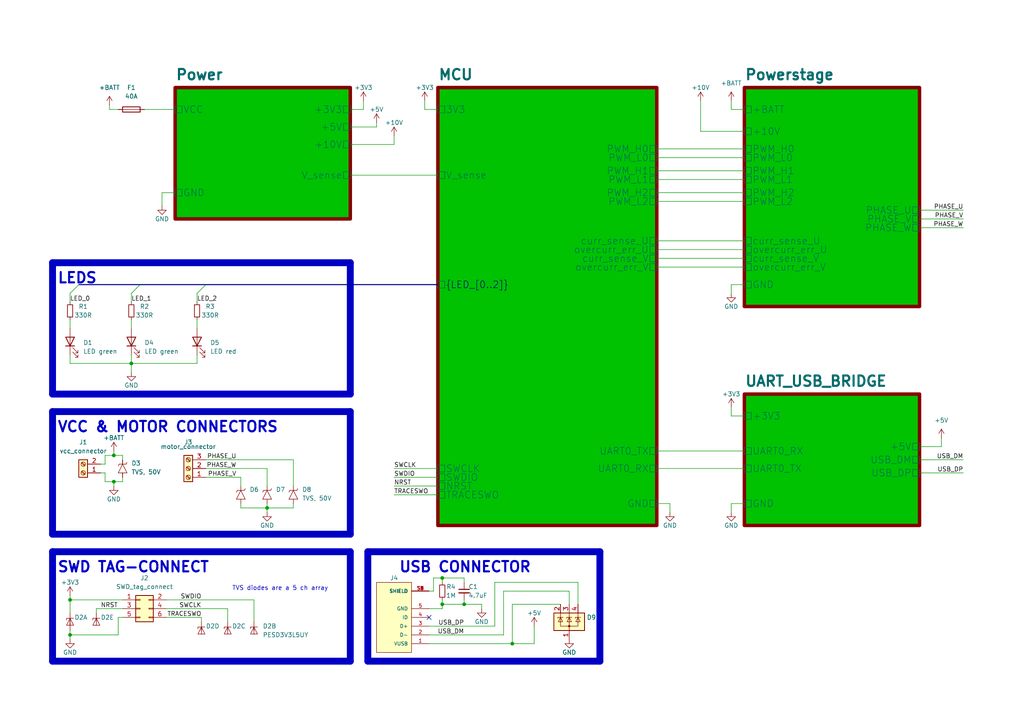
<source format=kicad_sch>
(kicad_sch (version 20211123) (generator eeschema)
  (paper "A4")
  (title_block (title "ESC - Main overview") (date "2022-07-21") (rev "1"))
  (lib_symbols
    (symbol "10118193-0001LF:10118193-0001LF" (pin_names (offset 1.016))
      (property "Reference" "J" (at -5.08 10.922 0))
      (property "Value" "10118193-0001LF" (at -5.08 -12.7 0))
      (symbol "10118193-0001LF_0_0"
        (rectangle (start -5.08 -10.16) (end 5.08 10.16) (stroke (width 0.1524)) (fill (type background)))
        (pin passive line (at -10.16 7.62 0) (length 5.08) (name "VUSB") (number "1"))
        (pin passive line (at -10.16 5.08 0) (length 5.08) (name "D-") (number "2"))
        (pin passive line (at -10.16 2.54 0) (length 5.08) (name "D+") (number "3"))
        (pin passive line (at -10.16 0 0) (length 5.08) (name "ID") (number "4"))
        (pin passive line (at -10.16 -2.54 0) (length 5.08) (name "GND") (number "5"))
        (pin passive line (at -10.16 -7.62 0) (length 5.08) (name "SHIELD") (number "S1"))
        (pin passive line (at -10.16 -7.62 0) (length 5.08) (name "SHIELD") (number "S2"))
        (pin passive line (at -10.16 -7.62 0) (length 5.08) (name "SHIELD") (number "S3"))
        (pin passive line (at -10.16 -7.62 0) (length 5.08) (name "SHIELD") (number "S4"))
        (pin passive line (at -10.16 -7.62 0) (length 5.08) (name "SHIELD") (number "S5"))
        (pin passive line (at -10.16 -7.62 0) (length 5.08) (name "SHIELD") (number "S6"))
      )
    )
    (symbol "Connector:Screw_Terminal_01x02" (pin_names (offset 1.016) hide)
      (property "Reference" "J" (at 0 2.54 0))
      (property "Value" "Screw_Terminal_01x02" (at 0 -5.08 0))
      (symbol "Screw_Terminal_01x02_1_1"
        (rectangle (start -1.27 1.27) (end 1.27 -3.81) (stroke (width 0.254)) (fill (type background)))
        (circle (center 0 -2.54) (radius 0.635) (stroke (width 0.1524)))
        (polyline (pts (xy -0.5334 -2.2098) (xy 0.3302 -3.048)) (stroke (width 0.1524)))
        (polyline (pts (xy -0.5334 0.3302) (xy 0.3302 -0.508)) (stroke (width 0.1524)))
        (polyline (pts (xy -0.3556 -2.032) (xy 0.508 -2.8702)) (stroke (width 0.1524)))
        (polyline (pts (xy -0.3556 0.508) (xy 0.508 -0.3302)) (stroke (width 0.1524)))
        (circle (center 0 0) (radius 0.635) (stroke (width 0.1524)))
        (pin passive line (at -5.08 0 0) (length 3.81) (name "Pin_1") (number "1"))
        (pin passive line (at -5.08 -2.54 0) (length 3.81) (name "Pin_2") (number "2"))
      )
    )
    (symbol "Connector:Screw_Terminal_01x03" (pin_names (offset 1.016) hide)
      (property "Reference" "J" (at 0 5.08 0))
      (property "Value" "Screw_Terminal_01x03" (at 0 -5.08 0))
      (symbol "Screw_Terminal_01x03_1_1"
        (rectangle (start -1.27 3.81) (end 1.27 -3.81) (stroke (width 0.254)) (fill (type background)))
        (circle (center 0 -2.54) (radius 0.635) (stroke (width 0.1524)))
        (polyline (pts (xy -0.5334 -2.2098) (xy 0.3302 -3.048)) (stroke (width 0.1524)))
        (polyline (pts (xy -0.5334 0.3302) (xy 0.3302 -0.508)) (stroke (width 0.1524)))
        (polyline (pts (xy -0.5334 2.8702) (xy 0.3302 2.032)) (stroke (width 0.1524)))
        (polyline (pts (xy -0.3556 -2.032) (xy 0.508 -2.8702)) (stroke (width 0.1524)))
        (polyline (pts (xy -0.3556 0.508) (xy 0.508 -0.3302)) (stroke (width 0.1524)))
        (polyline (pts (xy -0.3556 3.048) (xy 0.508 2.2098)) (stroke (width 0.1524)))
        (circle (center 0 0) (radius 0.635) (stroke (width 0.1524)))
        (circle (center 0 2.54) (radius 0.635) (stroke (width 0.1524)))
        (pin passive line (at -5.08 2.54 0) (length 3.81) (name "Pin_1") (number "1"))
        (pin passive line (at -5.08 0 0) (length 3.81) (name "Pin_2") (number "2"))
        (pin passive line (at -5.08 -2.54 0) (length 3.81) (name "Pin_3") (number "3"))
      )
    )
    (symbol "Connector_Generic:Conn_02x03_Odd_Even" (pin_names (offset 1.016) hide)
      (property "Reference" "J" (at 1.27 5.08 0))
      (property "Value" "Conn_02x03_Odd_Even" (at 1.27 -5.08 0))
      (symbol "Conn_02x03_Odd_Even_1_1"
        (rectangle (start -1.27 -2.413) (end 0 -2.667) (stroke (width 0.1524)))
        (rectangle (start -1.27 0.127) (end 0 -0.127) (stroke (width 0.1524)))
        (rectangle (start -1.27 2.667) (end 0 2.413) (stroke (width 0.1524)))
        (rectangle (start -1.27 3.81) (end 3.81 -3.81) (stroke (width 0.254)) (fill (type background)))
        (rectangle (start 3.81 -2.413) (end 2.54 -2.667) (stroke (width 0.1524)))
        (rectangle (start 3.81 0.127) (end 2.54 -0.127) (stroke (width 0.1524)))
        (rectangle (start 3.81 2.667) (end 2.54 2.413) (stroke (width 0.1524)))
        (pin passive line (at -5.08 2.54 0) (length 3.81) (name "Pin_1") (number "1"))
        (pin passive line (at 7.62 2.54 180) (length 3.81) (name "Pin_2") (number "2"))
        (pin passive line (at -5.08 0 0) (length 3.81) (name "Pin_3") (number "3"))
        (pin passive line (at 7.62 0 180) (length 3.81) (name "Pin_4") (number "4"))
        (pin passive line (at -5.08 -2.54 0) (length 3.81) (name "Pin_5") (number "5"))
        (pin passive line (at 7.62 -2.54 180) (length 3.81) (name "Pin_6") (number "6"))
      )
    )
    (symbol "Device:C_Small" (pin_numbers hide) (pin_names (offset 0.254) hide)
      (property "Reference" "C" (at 0.254 1.778 0))
      (property "Value" "C_Small" (at 0.254 -2.032 0))
      (symbol "C_Small_0_1"
        (polyline (pts (xy -1.524 -0.508) (xy 1.524 -0.508)) (stroke (width 0.3302)))
        (polyline (pts (xy -1.524 0.508) (xy 1.524 0.508)) (stroke (width 0.3048)))
      )
      (symbol "C_Small_1_1"
        (pin passive line (at 0 2.54 270) (length 2.032) (name "~") (number "1"))
        (pin passive line (at 0 -2.54 90) (length 2.032) (name "~") (number "2"))
      )
    )
    (symbol "Device:Fuse" (pin_numbers hide) (pin_names (offset 0))
      (property "Reference" "F" (at 2.032 0 90))
      (property "Value" "Fuse" (at -1.905 0 90))
      (symbol "Fuse_0_1"
        (rectangle (start -0.762 -2.54) (end 0.762 2.54) (stroke (width 0.254)))
        (polyline (pts (xy 0 2.54) (xy 0 -2.54)))
      )
      (symbol "Fuse_1_1"
        (pin passive line (at 0 3.81 270) (length 1.27) (name "~") (number "1"))
        (pin passive line (at 0 -3.81 90) (length 1.27) (name "~") (number "2"))
      )
    )
    (symbol "Device:LED" (pin_numbers hide) (pin_names (offset 1.016) hide)
      (property "Reference" "D" (at 0 2.54 0))
      (property "Value" "LED" (at 0 -2.54 0))
      (symbol "LED_0_1"
        (polyline (pts (xy -1.27 -1.27) (xy -1.27 1.27)) (stroke (width 0.254)))
        (polyline (pts (xy -1.27 0) (xy 1.27 0)))
        (polyline (pts (xy 1.27 -1.27) (xy 1.27 1.27) (xy -1.27 0) (xy 1.27 -1.27)) (stroke (width 0.254)))
        (polyline (pts (xy -3.048 -0.762) (xy -4.572 -2.286) (xy -3.81 -2.286) (xy -4.572 -2.286) (xy -4.572 -1.524)))
        (polyline (pts (xy -1.778 -0.762) (xy -3.302 -2.286) (xy -2.54 -2.286) (xy -3.302 -2.286) (xy -3.302 -1.524)))
      )
      (symbol "LED_1_1"
        (pin passive line (at -3.81 0 0) (length 2.54) (name "K") (number "1"))
        (pin passive line (at 3.81 0 180) (length 2.54) (name "A") (number "2"))
      )
    )
    (symbol "Device:R_Small" (pin_numbers hide) (pin_names (offset 0.254) hide)
      (property "Reference" "R" (at 0.762 0.508 0))
      (property "Value" "R_Small" (at 0.762 -1.016 0))
      (symbol "R_Small_0_1"
        (rectangle (start -0.762 1.778) (end 0.762 -1.778) (stroke (width 0.2032)))
      )
      (symbol "R_Small_1_1"
        (pin passive line (at 0 2.54 270) (length 0.762) (name "~") (number "1"))
        (pin passive line (at 0 -2.54 90) (length 0.762) (name "~") (number "2"))
      )
    )
    (symbol "Power_Protection:PESD3V3L5UY" (pin_numbers hide) (pin_names hide)
      (property "Reference" "D" (at 0 2.54 0))
      (property "Value" "PESD3V3L5UY" (at 0 -2.54 0))
      (symbol "PESD3V3L5UY_0_1"
        (polyline (pts (xy -1.016 0) (xy 1.016 0)))
        (polyline (pts (xy -1.016 1.016) (xy -1.016 -1.016) (xy -0.508 -1.016)))
        (polyline (pts (xy 1.016 1.016) (xy -1.016 0) (xy 1.016 -1.016) (xy 1.016 1.016)))
      )
      (symbol "PESD3V3L5UY_1_1"
        (pin passive line (at -2.54 0 0) (length 2.54) (name "K1") (number "1"))
        (pin passive line (at 2.54 0 180) (length 2.54) (name "A") (number "2"))
      )
      (symbol "PESD3V3L5UY_2_1"
        (pin passive line (at -2.54 0 0) (length 2.54) (name "K2") (number "3"))
      )
      (symbol "PESD3V3L5UY_3_1"
        (pin passive line (at -2.54 0 0) (length 2.54) (name "K3") (number "4"))
      )
      (symbol "PESD3V3L5UY_4_1"
        (pin passive line (at -2.54 0 0) (length 2.54) (name "K4") (number "5"))
      )
      (symbol "PESD3V3L5UY_5_1"
        (pin passive line (at -2.54 0 0) (length 2.54) (name "K5") (number "6"))
      )
    )
    (symbol "Power_Protection:SP0503BAHT" (pin_names hide)
      (property "Reference" "D" (at 5.715 2.54 0))
      (property "Value" "SP0503BAHT" (at 5.715 0.635 0))
      (symbol "SP0503BAHT_0_0"
        (pin passive line (at 0 -5.08 90) (length 2.54) (name "A") (number "1"))
      )
      (symbol "SP0503BAHT_0_1"
        (rectangle (start -4.445 2.54) (end 4.445 -2.54) (stroke (width 0.254)) (fill (type background)))
        (circle (center 0 -1.27) (radius 0.254) (fill (type outline)))
        (polyline (pts (xy -2.54 2.54) (xy -2.54 1.27)))
        (polyline (pts (xy 0 -1.27) (xy 0 -2.54)))
        (polyline (pts (xy 0 -1.27) (xy 0 1.27)))
        (polyline (pts (xy 0 2.54) (xy 0 1.27)))
        (polyline (pts (xy 0.635 1.27) (xy 0.762 1.27)))
        (polyline (pts (xy 2.54 2.54) (xy 2.54 1.27)))
        (polyline (pts (xy 0.635 1.27) (xy -0.762 1.27) (xy -0.762 1.016)))
        (polyline (pts (xy -3.302 1.016) (xy -3.302 1.27) (xy -1.905 1.27) (xy -1.778 1.27)))
        (polyline (pts (xy -2.54 1.27) (xy -2.54 -1.27) (xy 2.54 -1.27) (xy 2.54 1.27)))
        (polyline (pts (xy -2.54 1.27) (xy -1.905 0) (xy -3.175 0) (xy -2.54 1.27)))
        (polyline (pts (xy 0.635 0) (xy -0.635 0) (xy 0 1.27) (xy 0.635 0)))
        (polyline (pts (xy 1.778 1.016) (xy 1.778 1.27) (xy 3.175 1.27) (xy 3.302 1.27)))
        (polyline (pts (xy 2.54 1.27) (xy 1.905 0) (xy 3.175 0) (xy 2.54 1.27)))
      )
      (symbol "SP0503BAHT_1_1"
        (pin passive line (at -2.54 5.08 270) (length 2.54) (name "K") (number "2"))
        (pin passive line (at 0 5.08 270) (length 2.54) (name "K") (number "3"))
        (pin passive line (at 2.54 5.08 270) (length 2.54) (name "K") (number "4"))
      )
    )
    (symbol "power:+10V" (power) (pin_names (offset 0))
      (property "Value" "+10V" (at 0 3.556 0))
      (symbol "+10V_0_1"
        (polyline (pts (xy -0.762 1.27) (xy 0 2.54)))
        (polyline (pts (xy 0 0) (xy 0 2.54)))
        (polyline (pts (xy 0 2.54) (xy 0.762 1.27)))
      )
      (symbol "+10V_1_1"
        (pin power_in line (at 0 0 90) (length 0) hide (name "+10V") (number "1"))
      )
    )
    (symbol "power:+3V3" (power) (pin_names (offset 0))
      (property "Value" "+3V3" (at 0 3.556 0))
      (symbol "+3V3_0_1"
        (polyline (pts (xy -0.762 1.27) (xy 0 2.54)))
        (polyline (pts (xy 0 0) (xy 0 2.54)))
        (polyline (pts (xy 0 2.54) (xy 0.762 1.27)))
      )
      (symbol "+3V3_1_1"
        (pin power_in line (at 0 0 90) (length 0) hide (name "+3V3") (number "1"))
      )
    )
    (symbol "power:+5V" (power) (pin_names (offset 0))
      (property "Value" "+5V" (at 0 3.556 0))
      (symbol "+5V_0_1"
        (polyline (pts (xy -0.762 1.27) (xy 0 2.54)))
        (polyline (pts (xy 0 0) (xy 0 2.54)))
        (polyline (pts (xy 0 2.54) (xy 0.762 1.27)))
      )
      (symbol "+5V_1_1"
        (pin power_in line (at 0 0 90) (length 0) hide (name "+5V") (number "1"))
      )
    )
    (symbol "power:+BATT" (power) (pin_names (offset 0))
      (property "Value" "+BATT" (at 0 3.556 0))
      (symbol "+BATT_0_1"
        (polyline (pts (xy -0.762 1.27) (xy 0 2.54)))
        (polyline (pts (xy 0 0) (xy 0 2.54)))
        (polyline (pts (xy 0 2.54) (xy 0.762 1.27)))
      )
      (symbol "+BATT_1_1"
        (pin power_in line (at 0 0 90) (length 0) hide (name "+BATT") (number "1"))
      )
    )
    (symbol "power:GND" (power) (pin_names (offset 0))
      (property "Value" "GND" (at 0 -3.81 0))
      (symbol "GND_0_1"
        (polyline (pts (xy 0 0) (xy 0 -1.27) (xy 1.27 -1.27) (xy 0 -2.54) (xy -1.27 -1.27) (xy 0 -1.27)))
      )
      (symbol "GND_1_1"
        (pin power_in line (at 0 0 270) (length 0) hide (name "GND") (number "1"))
      )
    )
    (symbol "tvs_diode:TVS_diode" (pin_numbers hide) (pin_names (offset 0) hide)
      (property "Reference" "D" (at 0 5.08 0))
      (property "Value" "TVS_diode" (at 0 3.81 0))
      (symbol "TVS_diode_0_1"
        (polyline (pts (xy -1.27 0) (xy -1.27 -1.016)))
        (polyline (pts (xy -1.27 0) (xy -1.27 1.016)))
        (polyline (pts (xy -1.27 0) (xy 1.27 -1.27)))
        (polyline (pts (xy -1.27 0) (xy 1.27 1.27)))
        (polyline (pts (xy -1.27 1.016) (xy -1.778 1.27)))
        (polyline (pts (xy -0.762 -1.27) (xy -1.27 -1.016)))
        (polyline (pts (xy 1.27 -1.27) (xy 1.27 1.27)))
      )
      (symbol "TVS_diode_1_1"
        (pin passive line (at -2.54 0 0) (length 1.27) (name "1") (number "1"))
        (pin passive line (at 2.54 0 180) (length 1.27) (name "2") (number "2"))
      )
    )
  )
  (junction (at 33.02 132.08))
  (junction (at 128.27 167.64))
  (junction (at 20.32 184.15))
  (junction (at 128.27 175.26))
  (junction (at 77.47 147.32))
  (junction (at 38.1 105.41))
  (junction (at 33.02 139.7))
  (junction (at 148.59 186.69))
  (junction (at 134.62 175.26))
  (junction (at 20.32 173.99))
  (no_connect (at -210.82 46.99))
  (no_connect (at 124.46 179.07))
  (bus_entry (at 40.64 82.55) (size -2.54 2.54))
  (bus_entry (at 59.69 82.55) (size -2.54 2.54))
  (bus_entry (at 22.86 82.55) (size -2.54 2.54))
  (wire (pts (xy 123.19 31.75) (xy 123.19 29.21)))
  (wire (pts (xy 148.59 175.26) (xy 148.59 186.69)))
  (wire (pts (xy 273.05 129.54) (xy 273.05 127)))
  (wire (pts (xy 127 143.51) (xy 114.3 143.51)))
  (wire (pts (xy 58.42 180.34) (xy 58.42 179.07)))
  (wire (pts (xy 194.31 148.59) (xy 194.31 146.05)))
  (wire (pts (xy 190.5 135.89) (xy 215.9 135.89)))
  (polyline (pts (xy 101.6 114.3) (xy 15.24 114.3)) (stroke (width 2) (type solid)))
  (wire (pts (xy 266.7 137.16) (xy 279.4 137.16)))
  (wire (pts (xy 190.5 49.53) (xy 215.9 49.53)))
  (wire (pts (xy 134.62 167.64) (xy 128.27 167.64)))
  (wire (pts (xy 128.27 167.64) (xy 128.27 168.91)))
  (wire (pts (xy 38.1 92.71) (xy 38.1 95.25)))
  (wire (pts (xy 124.46 171.45) (xy 125.73 171.45)))
  (wire (pts (xy 85.09 133.35) (xy 85.09 140.97)))
  (wire (pts (xy 20.32 172.72) (xy 20.32 173.99)))
  (wire (pts (xy 41.91 31.75) (xy 50.8 31.75)))
  (wire (pts (xy 30.48 139.7) (xy 33.02 139.7)))
  (wire (pts (xy 215.9 38.1) (xy 203.2 38.1)))
  (wire (pts (xy 50.8 55.88) (xy 46.99 55.88)))
  (wire (pts (xy 146.05 171.45) (xy 165.1 171.45)))
  (polyline (pts (xy 101.6 119.38) (xy 101.6 154.94)) (stroke (width 2) (type solid)))
  (polyline (pts (xy 101.6 154.94) (xy 15.24 154.94)) (stroke (width 2) (type solid)))
  (wire (pts (xy 20.32 85.09) (xy 20.32 87.63)))
  (wire (pts (xy 35.56 139.7) (xy 33.02 139.7)))
  (wire (pts (xy 105.41 31.75) (xy 101.6 31.75)))
  (wire (pts (xy 114.3 138.43) (xy 127 138.43)))
  (wire (pts (xy 38.1 105.41) (xy 20.32 105.41)))
  (wire (pts (xy 77.47 140.97) (xy 77.47 135.89)))
  (wire (pts (xy 30.48 134.62) (xy 30.48 132.08)))
  (wire (pts (xy 154.94 186.69) (xy 154.94 181.61)))
  (wire (pts (xy 101.6 41.91) (xy 114.3 41.91)))
  (wire (pts (xy 30.48 132.08) (xy 33.02 132.08)))
  (wire (pts (xy 34.29 179.07) (xy 35.56 179.07)))
  (bus (pts (xy 40.64 82.55) (xy 59.69 82.55)))
  (wire (pts (xy 190.5 77.47) (xy 215.9 77.47)))
  (wire (pts (xy 203.2 29.21) (xy 203.2 38.1)))
  (wire (pts (xy 34.29 31.75) (xy 31.75 31.75)))
  (wire (pts (xy 20.32 95.25) (xy 20.32 92.71)))
  (wire (pts (xy 143.51 168.91) (xy 167.64 168.91)))
  (wire (pts (xy 162.56 175.26) (xy 148.59 175.26)))
  (wire (pts (xy 57.15 92.71) (xy 57.15 95.25)))
  (wire (pts (xy 20.32 184.15) (xy 34.29 184.15)))
  (wire (pts (xy 124.46 184.15) (xy 146.05 184.15)))
  (polyline (pts (xy 106.68 191.77) (xy 173.99 191.77)) (stroke (width 2) (type solid)))
  (wire (pts (xy 128.27 176.53) (xy 128.27 175.26)))
  (wire (pts (xy 128.27 175.26) (xy 134.62 175.26)))
  (wire (pts (xy 30.48 137.16) (xy 30.48 139.7)))
  (wire (pts (xy 190.5 146.05) (xy 194.31 146.05)))
  (wire (pts (xy 167.64 168.91) (xy 167.64 175.26)))
  (wire (pts (xy 33.02 132.08) (xy 33.02 130.81)))
  (wire (pts (xy 57.15 105.41) (xy 57.15 102.87)))
  (polyline (pts (xy 101.6 191.77) (xy 15.24 191.77)) (stroke (width 2) (type solid)))
  (polyline (pts (xy 15.24 119.38) (xy 15.24 154.94)) (stroke (width 2) (type solid)))
  (bus (pts (xy 22.86 82.55) (xy 40.64 82.55)))
  (wire (pts (xy 57.15 85.09) (xy 57.15 87.63)))
  (wire (pts (xy 139.7 175.26) (xy 134.62 175.26)))
  (polyline (pts (xy 106.68 160.02) (xy 106.68 191.77)) (stroke (width 2) (type solid)))
  (wire (pts (xy 215.9 82.55) (xy 212.09 82.55)))
  (wire (pts (xy 190.5 69.85) (xy 215.9 69.85)))
  (wire (pts (xy 20.32 173.99) (xy 20.32 177.8)))
  (wire (pts (xy 114.3 140.97) (xy 127 140.97)))
  (wire (pts (xy 59.69 133.35) (xy 85.09 133.35)))
  (wire (pts (xy 212.09 120.65) (xy 215.9 120.65)))
  (wire (pts (xy 77.47 147.32) (xy 69.85 147.32)))
  (wire (pts (xy 190.5 55.88) (xy 215.9 55.88)))
  (polyline (pts (xy 101.6 160.02) (xy 101.6 191.77)) (stroke (width 2) (type solid)))
  (wire (pts (xy 190.5 74.93) (xy 215.9 74.93)))
  (wire (pts (xy 114.3 39.37) (xy 114.3 41.91)))
  (wire (pts (xy 215.9 146.05) (xy 212.09 146.05)))
  (wire (pts (xy 35.56 133.35) (xy 35.56 132.08)))
  (wire (pts (xy 59.69 135.89) (xy 77.47 135.89)))
  (wire (pts (xy 35.56 132.08) (xy 33.02 132.08)))
  (wire (pts (xy 134.62 168.91) (xy 134.62 167.64)))
  (wire (pts (xy 190.5 130.81) (xy 215.9 130.81)))
  (wire (pts (xy 20.32 105.41) (xy 20.32 102.87)))
  (wire (pts (xy 48.26 179.07) (xy 58.42 179.07)))
  (wire (pts (xy 212.09 146.05) (xy 212.09 148.59)))
  (wire (pts (xy 124.46 186.69) (xy 148.59 186.69)))
  (wire (pts (xy 20.32 182.88) (xy 20.32 184.15)))
  (wire (pts (xy 34.29 179.07) (xy 34.29 184.15)))
  (polyline (pts (xy 15.24 160.02) (xy 15.24 191.77)) (stroke (width 2) (type solid)))
  (wire (pts (xy 77.47 146.05) (xy 77.47 147.32)))
  (polyline (pts (xy 173.99 160.02) (xy 106.68 160.02)) (stroke (width 2) (type solid)))
  (wire (pts (xy 66.04 180.34) (xy 66.04 176.53)))
  (wire (pts (xy 20.32 184.15) (xy 20.32 185.42)))
  (wire (pts (xy 77.47 147.32) (xy 77.47 148.59)))
  (wire (pts (xy 212.09 29.21) (xy 212.09 31.75)))
  (polyline (pts (xy 173.99 191.77) (xy 173.99 160.02)) (stroke (width 2) (type solid)))
  (wire (pts (xy 109.22 35.56) (xy 109.22 36.83)))
  (wire (pts (xy 165.1 171.45) (xy 165.1 175.26)))
  (polyline (pts (xy 15.24 76.2) (xy 101.6 76.2)) (stroke (width 2) (type solid)))
  (wire (pts (xy 124.46 176.53) (xy 128.27 176.53)))
  (polyline (pts (xy 101.6 160.02) (xy 15.24 160.02)) (stroke (width 2) (type solid)))
  (wire (pts (xy 127 31.75) (xy 123.19 31.75)))
  (wire (pts (xy 105.41 29.21) (xy 105.41 31.75)))
  (wire (pts (xy 73.66 173.99) (xy 73.66 180.34)))
  (polyline (pts (xy 101.6 119.38) (xy 15.24 119.38)) (stroke (width 2) (type solid)))
  (wire (pts (xy 139.7 176.53) (xy 139.7 175.26)))
  (wire (pts (xy 38.1 102.87) (xy 38.1 105.41)))
  (wire (pts (xy 128.27 167.64) (xy 125.73 167.64)))
  (wire (pts (xy 134.62 175.26) (xy 134.62 173.99)))
  (wire (pts (xy 33.02 140.97) (xy 33.02 139.7)))
  (wire (pts (xy 190.5 52.07) (xy 215.9 52.07)))
  (wire (pts (xy 212.09 31.75) (xy 215.9 31.75)))
  (wire (pts (xy 46.99 55.88) (xy 46.99 59.69)))
  (wire (pts (xy 20.32 173.99) (xy 35.56 173.99)))
  (wire (pts (xy 266.7 133.35) (xy 279.4 133.35)))
  (wire (pts (xy 266.7 60.96) (xy 279.4 60.96)))
  (wire (pts (xy 266.7 63.5) (xy 279.4 63.5)))
  (bus (pts (xy 59.69 82.55) (xy 127 82.55)))
  (wire (pts (xy 38.1 85.09) (xy 38.1 87.63)))
  (wire (pts (xy 85.09 147.32) (xy 85.09 146.05)))
  (wire (pts (xy 27.94 176.53) (xy 27.94 177.8)))
  (wire (pts (xy 38.1 105.41) (xy 57.15 105.41)))
  (wire (pts (xy 190.5 45.72) (xy 215.9 45.72)))
  (wire (pts (xy 212.09 82.55) (xy 212.09 85.09)))
  (wire (pts (xy 128.27 175.26) (xy 128.27 173.99)))
  (wire (pts (xy 190.5 43.18) (xy 215.9 43.18)))
  (wire (pts (xy 190.5 58.42) (xy 215.9 58.42)))
  (wire (pts (xy 31.75 31.75) (xy 31.75 30.48)))
  (wire (pts (xy 114.3 135.89) (xy 127 135.89)))
  (wire (pts (xy 148.59 186.69) (xy 154.94 186.69)))
  (wire (pts (xy 125.73 167.64) (xy 125.73 171.45)))
  (wire (pts (xy 29.21 134.62) (xy 30.48 134.62)))
  (wire (pts (xy 59.69 138.43) (xy 69.85 138.43)))
  (wire (pts (xy 35.56 138.43) (xy 35.56 139.7)))
  (wire (pts (xy 143.51 168.91) (xy 143.51 181.61)))
  (wire (pts (xy 48.26 176.53) (xy 66.04 176.53)))
  (polyline (pts (xy 101.6 76.2) (xy 101.6 114.3)) (stroke (width 2) (type solid)))
  (wire (pts (xy 29.21 137.16) (xy 30.48 137.16)))
  (wire (pts (xy 69.85 147.32) (xy 69.85 146.05)))
  (wire (pts (xy 190.5 72.39) (xy 215.9 72.39)))
  (wire (pts (xy 146.05 171.45) (xy 146.05 184.15)))
  (wire (pts (xy 48.26 173.99) (xy 73.66 173.99)))
  (wire (pts (xy 101.6 36.83) (xy 109.22 36.83)))
  (wire (pts (xy 266.7 129.54) (xy 273.05 129.54)))
  (wire (pts (xy 101.6 50.8) (xy 127 50.8)))
  (wire (pts (xy 212.09 120.65) (xy 212.09 118.11)))
  (wire (pts (xy 69.85 138.43) (xy 69.85 140.97)))
  (wire (pts (xy 27.94 176.53) (xy 35.56 176.53)))
  (wire (pts (xy 266.7 66.04) (xy 279.4 66.04)))
  (wire (pts (xy 77.47 147.32) (xy 85.09 147.32)))
  (wire (pts (xy 124.46 181.61) (xy 143.51 181.61)))
  (polyline (pts (xy 15.24 76.2) (xy 15.24 114.3)) (stroke (width 2) (type solid)))
  (wire (pts (xy 38.1 105.41) (xy 38.1 107.95)))
  (text "USB CONNECTOR" (at 115.57 166.37 0) (effects (font (size 3 3) (thickness 0.6) bold) (justify left bottom)))
  (text "VCC & MOTOR CONNECTORS" (at 16.51 125.73 0) (effects (font (size 3 3) bold) (justify left bottom)))
  (text "LEDS" (at 16.51 82.55 0) (effects (font (size 3 3) (thickness 0.6) bold) (justify left bottom)))
  (text "SWD TAG-CONNECT" (at 16.51 166.37 0) (effects (font (size 3 3) bold) (justify left bottom)))
  (text "TVS diodes are a 5 ch array" (at 67.31 171.45 0) (effects (font (size 1.27 1.27)) (justify left bottom)))
  (label "SWCLK" (at 114.3 135.89 0))
  (label "LED_1" (at 38.1 87.63 0))
  (label "SWCLK" (at 58.42 176.53 180))
  (label "PHASE_V" (at 279.4 63.5 180))
  (label "PHASE_U" (at 68.58 133.35 180))
  (label "SWDIO" (at 114.3 138.43 0))
  (label "PHASE_V" (at 68.58 138.43 180))
  (label "LED_0" (at 20.32 87.63 0))
  (label "PHASE_W" (at 68.58 135.89 180))
  (label "NRST" (at 29.21 176.53 0))
  (label "PHASE_U" (at 279.4 60.96 180))
  (label "USB_DP" (at 134.62 181.61 180))
  (label "NRST" (at 114.3 140.97 0))
  (label "SWDIO" (at 58.42 173.99 180))
  (label "PHASE_W" (at 279.4 66.04 180))
  (label "TRACESWO" (at 114.3 143.51 0))
  (label "USB_DM" (at 134.62 184.15 180))
  (label "USB_DM" (at 279.4 133.35 180))
  (label "USB_DP" (at 279.4 137.16 180))
  (label "TRACESWO" (at 58.42 179.07 180))
  (label "LED_2" (at 57.15 87.63 0))
  (symbol (lib_id "power:+5V") (at 154.94 181.61 0) (unit 1)
    (property "Reference" "#PWR014" (effects hide))
    (property "Value" "+5V" (at 154.94 177.8 0))
  )
  (symbol (lib_id "Connector_Generic:Conn_02x03_Odd_Even") (at 40.64 176.53 0) (unit 1)
    (property "Reference" "J2" (at 41.91 167.64 0))
    (property "Value" "SWD_tag_connect" (at 41.91 170.18 0))
    (property "Footprint" "Connector:Tag-Connect_TC2030-IDC-FP_2x03_P1.27mm_Vertical" (effects hide))
  )
  (symbol (lib_id "tvs_diode:TVS_diode") (at 85.09 143.51 270) (unit 1)
    (property "Reference" "D8" (at 87.63 141.9859 90) (effects (justify left)))
    (property "Value" "TVS, 50V" (at 87.63 144.5259 90) (effects (justify left)))
    (property "Footprint" "Diode_SMD:D_SMA" (effects hide))
  )
  (symbol (lib_id "power:+BATT") (at 33.02 130.81 0) (unit 1)
    (property "Reference" "#PWR0103" (effects hide))
    (property "Value" "+BATT" (at 33.02 127 0))
  )
  (symbol (lib_id "power:GND") (at 212.09 148.59 0) (unit 1)
    (property "Reference" "#PWR021" (effects hide))
    (property "Value" "GND" (at 212.09 152.4 0))
  )
  (symbol (lib_id "Device:LED") (at 38.1 99.06 90) (unit 1)
    (property "Reference" "D4" (at 41.91 99.3774 90) (effects (justify right)))
    (property "Value" "LED green" (at 41.91 101.9174 90) (effects (justify right)))
    (property "Footprint" "LED_SMD:LED_0603_1608Metric" (effects hide))
  )
  (symbol (lib_id "Power_Protection:PESD3V3L5UY") (at 58.42 182.88 270) (unit 4)
    (property "Reference" "D2" (at 59.69 181.61 90) (effects (justify left)))
    (property "Value" "PESD3V3L5UY" (effects hide))
    (property "Footprint" "Package_TO_SOT_SMD:SOT-363_SC-70-6" (effects hide))
    (property "Datasheet" "https://assets.nexperia.com/documents/data-sheet/PESDXL5UF_V_Y.pdf" (effects hide))
  )
  (symbol (lib_id "power:+3V3") (at 212.09 118.11 0) (unit 1)
    (property "Reference" "#PWR020" (effects hide))
    (property "Value" "+3V3" (at 212.09 114.3 0))
  )
  (symbol (lib_id "power:GND") (at 20.32 185.42 0) (unit 1)
    (property "Reference" "#PWR02" (effects hide))
    (property "Value" "GND" (at 20.32 189.23 0))
  )
  (symbol (lib_id "10118193-0001LF:10118193-0001LF") (at 114.3 179.07 180) (unit 1)
    (property "Reference" "J4" (at 114.3 167.64 0))
    (property "Value" "10118193-0001LF" (effects hide))
    (property "Footprint" "10118193-0001LF:FCI_10118193-0001LF" (effects hide))
    (property "DESCRIPTION" "Single Port 5 Contact Shielded SMT MICRO USB B-Type Receptacle" (effects hide))
    (property "MF" "Amphenol FCI" (effects hide))
    (property "AVAILABILITY" "Unavailable" (effects hide))
    (property "PACKAGE" "None" (effects hide))
    (property "MP" "10118193-0001LF" (effects hide))
    (property "PRICE" "None" (effects hide))
  )
  (symbol (lib_id "power:+10V") (at 203.2 29.21 0) (unit 1)
    (property "Reference" "#PWR017" (effects hide))
    (property "Value" "+10V" (at 203.2 25.4 0))
  )
  (symbol (lib_id "power:GND") (at 33.02 140.97 0) (unit 1)
    (property "Reference" "#PWR05" (effects hide))
    (property "Value" "GND" (at 33.02 144.78 0))
  )
  (symbol (lib_id "power:GND") (at 212.09 85.09 0) (unit 1)
    (property "Reference" "#PWR019" (effects hide))
    (property "Value" "GND" (at 212.09 88.9 0))
  )
  (symbol (lib_id "Power_Protection:PESD3V3L5UY") (at 20.32 180.34 270) (unit 1)
    (property "Reference" "D2" (at 21.59 179.07 90) (effects (justify left)))
    (property "Value" "PESD3V3L5UY" (effects hide))
    (property "Footprint" "Package_TO_SOT_SMD:SOT-363_SC-70-6" (effects hide))
    (property "Datasheet" "https://assets.nexperia.com/documents/data-sheet/PESDXL5UF_V_Y.pdf" (effects hide))
  )
  (symbol (lib_id "Device:R_Small") (at 38.1 90.17 0) (unit 1)
    (property "Reference" "R2" (at 41.91 88.9 0))
    (property "Value" "330R" (at 41.91 91.44 0))
    (property "Footprint" "Resistor_SMD:R_0603_1608Metric" (effects hide))
  )
  (symbol (lib_id "Connector:Screw_Terminal_01x02") (at 24.13 137.16 180) (unit 1)
    (property "Reference" "J1" (at 24.13 128.27 0))
    (property "Value" "vcc_connector" (at 24.13 130.81 0))
    (property "Footprint" "1714955:1714955" (effects hide))
    (property "Part no" "1714955" (effects hide))
  )
  (symbol (lib_id "tvs_diode:TVS_diode") (at 77.47 143.51 270) (unit 1)
    (property "Reference" "D7" (at 80.01 141.9859 90) (effects (justify left)))
    (property "Value" "TVS, 50V" (effects hide))
    (property "Footprint" "Diode_SMD:D_SMA" (effects hide))
  )
  (symbol (lib_id "power:GND") (at 194.31 148.59 0) (unit 1)
    (property "Reference" "#PWR016" (effects hide))
    (property "Value" "GND" (at 194.31 152.4 0))
  )
  (symbol (lib_id "power:+BATT") (at 31.75 30.48 0) (unit 1)
    (property "Reference" "#PWR0101" (effects hide))
    (property "Value" "+BATT" (at 31.75 25.4 0))
  )
  (symbol (lib_id "power:+5V") (at 273.05 127 0) (unit 1)
    (property "Reference" "#PWR022" (effects hide))
    (property "Value" "+5V" (at 273.05 121.92 0))
  )
  (symbol (lib_id "power:GND") (at 46.99 59.69 0) (unit 1)
    (property "Reference" "#PWR07" (effects hide))
    (property "Value" "GND" (at 46.99 63.5 0))
  )
  (symbol (lib_id "power:GND") (at 77.47 148.59 0) (unit 1)
    (property "Reference" "#PWR08" (effects hide))
    (property "Value" "GND" (at 77.47 152.4 0))
  )
  (symbol (lib_id "Power_Protection:PESD3V3L5UY") (at 66.04 182.88 270) (unit 3)
    (property "Reference" "D2" (at 67.31 181.61 90) (effects (justify left)))
    (property "Value" "PESD3V3L5UY" (effects hide))
    (property "Footprint" "Package_TO_SOT_SMD:SOT-363_SC-70-6" (effects hide))
    (property "Datasheet" "https://assets.nexperia.com/documents/data-sheet/PESDXL5UF_V_Y.pdf" (effects hide))
  )
  (symbol (lib_id "power:GND") (at 139.7 176.53 0) (unit 1)
    (property "Reference" "#PWR013" (effects hide))
    (property "Value" "GND" (at 139.7 180.34 0))
  )
  (symbol (lib_id "Device:LED") (at 20.32 99.06 90) (unit 1)
    (property "Reference" "D1" (at 24.13 99.3774 90) (effects (justify right)))
    (property "Value" "LED green" (at 24.13 101.9174 90) (effects (justify right)))
    (property "Footprint" "LED_SMD:LED_0603_1608Metric" (effects hide))
  )
  (symbol (lib_id "Device:R_Small") (at 57.15 90.17 0) (unit 1)
    (property "Reference" "R3" (at 60.96 88.9 0))
    (property "Value" "330R" (at 60.96 91.44 0))
    (property "Footprint" "Resistor_SMD:R_0603_1608Metric" (effects hide))
  )
  (symbol (lib_id "Device:LED") (at 57.15 99.06 90) (unit 1)
    (property "Reference" "D5" (at 60.96 99.3774 90) (effects (justify right)))
    (property "Value" "LED red" (at 60.96 101.9174 90) (effects (justify right)))
    (property "Footprint" "LED_SMD:LED_0603_1608Metric" (effects hide))
  )
  (symbol (lib_id "power:GND") (at 165.1 185.42 0) (unit 1)
    (property "Reference" "#PWR015" (effects hide))
    (property "Value" "GND" (at 165.1 189.23 0))
  )
  (symbol (lib_id "power:+3V3") (at 105.41 29.21 0) (unit 1)
    (property "Reference" "#PWR09" (effects hide))
    (property "Value" "+3V3" (at 105.41 25.4 0))
  )
  (symbol (lib_id "Power_Protection:PESD3V3L5UY") (at 27.94 180.34 270) (unit 5)
    (property "Reference" "D2" (at 29.21 179.07 90) (effects (justify left)))
    (property "Value" "PESD3V3L5UY" (effects hide))
    (property "Footprint" "Package_TO_SOT_SMD:SOT-363_SC-70-6" (effects hide))
    (property "Datasheet" "https://assets.nexperia.com/documents/data-sheet/PESDXL5UF_V_Y.pdf" (effects hide))
  )
  (symbol (lib_id "Device:C_Small") (at 134.62 171.45 0) (unit 1)
    (property "Reference" "C1" (at 135.89 170.18 0) (effects (justify left)))
    (property "Value" "4.7uF" (at 135.89 172.72 0) (effects (justify left)))
    (property "Footprint" "Capacitor_SMD:C_0603_1608Metric" (effects hide))
  )
  (symbol (lib_id "power:GND") (at 38.1 107.95 0) (unit 1)
    (property "Reference" "#PWR06" (effects hide))
    (property "Value" "GND" (at 38.1 111.76 0))
  )
  (symbol (lib_id "Power_Protection:PESD3V3L5UY") (at 73.66 182.88 270) (unit 2)
    (property "Reference" "D2" (at 76.2 181.6099 90) (effects (justify left)))
    (property "Value" "PESD3V3L5UY" (at 76.2 184.1499 90) (effects (justify left)))
    (property "Footprint" "Package_TO_SOT_SMD:SOT-363_SC-70-6" (effects hide))
    (property "Datasheet" "https://assets.nexperia.com/documents/data-sheet/PESDXL5UF_V_Y.pdf" (effects hide))
    (property "Part no. " "PESD3V3L5UY,115" (effects hide))
  )
  (symbol (lib_id "Device:Fuse") (at 38.1 31.75 90) (unit 1)
    (property "Reference" "F1" (at 38.1 25.4 90))
    (property "Value" "40A" (at 38.1 27.94 90))
    (property "Footprint" "Fuse:Fuse_1206_3216Metric" (effects hide))
    (property "Datasheet" "https://belfuse.com/resources/datasheets/circuitprotection/ds-CP-0685P-series.pdf" (effects hide))
    (property "Part no " "0685P9400-01" (effects hide))
  )
  (symbol (lib_id "power:+3V3") (at 20.32 172.72 0) (unit 1)
    (property "Reference" "#PWR01" (effects hide))
    (property "Value" "+3V3" (at 20.32 168.91 0))
  )
  (symbol (lib_id "power:+10V") (at 114.3 39.37 0) (unit 1)
    (property "Reference" "#PWR011" (effects hide))
    (property "Value" "+10V" (at 114.3 35.56 0))
  )
  (symbol (lib_id "tvs_diode:TVS_diode") (at 69.85 143.51 270) (unit 1)
    (property "Reference" "D6" (at 72.39 141.9859 90) (effects (justify left)))
    (property "Value" "TVS, 50V" (effects hide))
    (property "Footprint" "Diode_SMD:D_SMA" (effects hide))
  )
  (symbol (lib_id "Device:R_Small") (at 128.27 171.45 0) (unit 1)
    (property "Reference" "R4" (at 130.81 170.18 0))
    (property "Value" "1M" (at 130.81 172.72 0))
    (property "Footprint" "Resistor_SMD:R_0603_1608Metric" (effects hide))
  )
  (symbol (lib_id "Device:R_Small") (at 20.32 90.17 0) (unit 1)
    (property "Reference" "R1" (at 24.13 88.9 0))
    (property "Value" "330R" (at 24.13 91.44 0))
    (property "Footprint" "Resistor_SMD:R_0603_1608Metric" (effects hide))
  )
  (symbol (lib_id "Connector:Screw_Terminal_01x03") (at 54.61 135.89 180) (unit 1)
    (property "Reference" "J3" (at 54.61 128.27 0))
    (property "Value" "motor_connector" (at 54.61 129.54 0))
    (property "Footprint" "796740-3:TE_796740-3" (effects hide))
    (property "Part no" "796740-3" (effects hide))
  )
  (symbol (lib_id "tvs_diode:TVS_diode") (at 35.56 135.89 270) (unit 1)
    (property "Reference" "D3" (at 38.1 134.3659 90) (effects (justify left)))
    (property "Value" "TVS, 50V" (at 38.1 136.9059 90) (effects (justify left)))
    (property "Footprint" "Diode_SMD:D_SMA" (effects hide))
  )
  (symbol (lib_id "Power_Protection:SP0503BAHT") (at 165.1 180.34 0) (unit 1)
    (property "Reference" "D9" (at 170.18 179.07 0) (effects (justify left)))
    (property "Value" "SP0503BAHT" (effects hide))
    (property "Footprint" "Package_TO_SOT_SMD:SOT-143" (effects hide))
    (property "Datasheet" "http://www.littelfuse.com/~/media/files/littelfuse/technical%20resources/documents/data%20sheets/sp05xxba.pdf" (effects hide))
  )
  (symbol (lib_id "power:+5V") (at 109.22 35.56 0) (unit 1)
    (property "Reference" "#PWR010" (effects hide))
    (property "Value" "+5V" (at 109.22 31.75 0))
  )
  (symbol (lib_id "power:+BATT") (at 212.09 29.21 0) (unit 1)
    (property "Reference" "#PWR0102" (effects hide))
    (property "Value" "+BATT" (at 212.09 24.13 0))
  )
  (symbol (lib_id "power:+3V3") (at 123.19 29.21 0) (unit 1)
    (property "Reference" "#PWR012" (effects hide))
    (property "Value" "+3V3" (at 123.19 25.4 0))
  )
  (sheet (at 50.8 25.4) (size 50.8 38.1) (stroke (width 1)) (fill (color 0 194 0 1.0000))
    (property "Sheet name" "Power" (at 50.8 23.3996 0) (effects (font (size 3 3) bold) (justify left bottom)))
    (property "Sheet file" "Power.kicad_sch" (effects hide))
    (pin "+3V3" passive (at 101.6 31.75 0) (effects (font (size 2 2))))
    (pin "GND" passive (at 50.8 55.88 180) (effects (font (size 2 2))))
    (pin "VCC" passive (at 50.8 31.75 180) (effects (font (size 2 2))))
    (pin "+10V" passive (at 101.6 41.91 0) (effects (font (size 2 2))))
    (pin "V_sense" passive (at 101.6 50.8 0) (effects (font (size 2 2))))
    (pin "+5V" passive (at 101.6 36.83 0) (effects (font (size 2 2))))
  )
  (sheet (at 215.9 114.3) (size 50.8 38.1) (stroke (width 1)) (fill (color 0 194 0 1.0000))
    (property "Sheet name" "UART_USB_BRIDGE" (at 215.9 112.2996 0) (effects (font (size 3 3) bold) (justify left bottom)))
    (property "Sheet file" "UART_USB_BRIDGE.kicad_sch" (effects hide))
    (pin "+3V3" passive (at 215.9 120.65 180) (effects (font (size 2 2))))
    (pin "GND" passive (at 215.9 146.05 180) (effects (font (size 2 2))))
    (pin "+5V" passive (at 266.7 129.54 0) (effects (font (size 2 2))))
    (pin "UART0_RX" passive (at 215.9 130.81 180) (effects (font (size 2 2))))
    (pin "UART0_TX" passive (at 215.9 135.89 180) (effects (font (size 2 2))))
    (pin "USB_DM" passive (at 266.7 133.35 0) (effects (font (size 2 2))))
    (pin "USB_DP" passive (at 266.7 137.16 0) (effects (font (size 2 2))))
  )
  (sheet (at 215.9 25.4) (size 50.8 63.5) (stroke (width 1)) (fill (color 0 194 0 1.0000))
    (property "Sheet name" "Powerstage" (at 215.9 23.3996 0) (effects (font (size 3 3) bold) (justify left bottom)))
    (property "Sheet file" "Powerstage.kicad_sch" (effects hide))
    (pin "GND" passive (at 215.9 82.55 180) (effects (font (size 2 2))))
    (pin "+10V" passive (at 215.9 38.1 180) (effects (font (size 2 2))))
    (pin "+BATT" passive (at 215.9 31.75 180) (effects (font (size 2 2))))
    (pin "curr_sense_U" passive (at 215.9 69.85 180) (effects (font (size 2 2))))
    (pin "overcurr_err_U" passive (at 215.9 72.39 180) (effects (font (size 2 2))))
    (pin "PHASE_U" passive (at 266.7 60.96 0) (effects (font (size 2 2))))
    (pin "curr_sense_V" passive (at 215.9 74.93 180) (effects (font (size 2 2))))
    (pin "overcurr_err_V" passive (at 215.9 77.47 180) (effects (font (size 2 2))))
    (pin "PHASE_V" passive (at 266.7 63.5 0) (effects (font (size 2 2))))
    (pin "PHASE_W" passive (at 266.7 66.04 0) (effects (font (size 2 2))))
    (pin "PWM_L2" passive (at 215.9 58.42 180) (effects (font (size 2 2))))
    (pin "PWM_H2" passive (at 215.9 55.88 180) (effects (font (size 2 2))))
    (pin "PWM_H0" passive (at 215.9 43.18 180) (effects (font (size 2 2))))
    (pin "PWM_L0" passive (at 215.9 45.72 180) (effects (font (size 2 2))))
    (pin "PWM_L1" passive (at 215.9 52.07 180) (effects (font (size 2 2))))
    (pin "PWM_H1" passive (at 215.9 49.53 180) (effects (font (size 2 2))))
  )
  (sheet (at 127 25.4) (size 63.5 127) (stroke (width 1)) (fill (color 0 194 0 1.0000))
    (property "Sheet name" "MCU" (at 127 23.3996 0) (effects (font (size 3 3) bold) (justify left bottom)))
    (property "Sheet file" "MCU.kicad_sch" (effects hide))
    (pin "{LED_[0..2]}" passive (at 127 82.55 180) (effects (font (size 2 2))))
    (pin "GND" passive (at 190.5 146.05 0) (effects (font (size 2 2))))
    (pin "3V3" passive (at 127 31.75 180) (effects (font (size 2 2))))
    (pin "curr_sense_U" passive (at 190.5 69.85 0) (effects (font (size 2 2))))
    (pin "curr_sense_V" passive (at 190.5 74.93 0) (effects (font (size 2 2))))
    (pin "overcurr_err_V" passive (at 190.5 77.47 0) (effects (font (size 2 2))))
    (pin "overcurr_err_U" passive (at 190.5 72.39 0) (effects (font (size 2 2))))
    (pin "V_sense" passive (at 127 50.8 180) (effects (font (size 2 2))))
    (pin "UART0_TX" passive (at 190.5 130.81 0) (effects (font (size 2 2))))
    (pin "UART0_RX" passive (at 190.5 135.89 0) (effects (font (size 2 2))))
    (pin "SWDIO" passive (at 127 138.43 180) (effects (font (size 2 2))))
    (pin "SWCLK" passive (at 127 135.89 180) (effects (font (size 2 2))))
    (pin "NRST" passive (at 127 140.97 180) (effects (font (size 2 2))))
    (pin "TRACESWO" passive (at 127 143.51 180) (effects (font (size 2 2))))
    (pin "PWM_L2" passive (at 190.5 58.42 0) (effects (font (size 2 2))))
    (pin "PWM_L1" passive (at 190.5 52.07 0) (effects (font (size 2 2))))
    (pin "PWM_H2" passive (at 190.5 55.88 0) (effects (font (size 2 2))))
    (pin "PWM_L0" passive (at 190.5 45.72 0) (effects (font (size 2 2))))
    (pin "PWM_H0" passive (at 190.5 43.18 0) (effects (font (size 2 2))))
    (pin "PWM_H1" passive (at 190.5 49.53 0) (effects (font (size 2 2))))
  )
)
</source>
